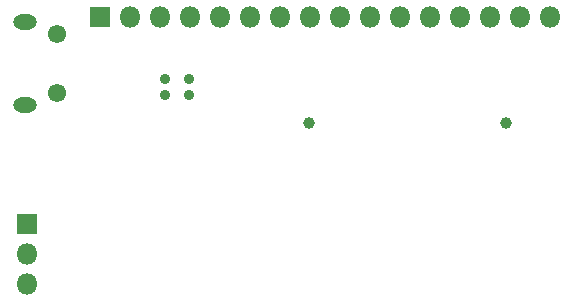
<source format=gbr>
G04 #@! TF.GenerationSoftware,KiCad,Pcbnew,5.1.5*
G04 #@! TF.CreationDate,2020-05-09T12:03:03+02:00*
G04 #@! TF.ProjectId,nucular-keyboard,6e756375-6c61-4722-9d6b-6579626f6172,rev?*
G04 #@! TF.SameCoordinates,Original*
G04 #@! TF.FileFunction,Soldermask,Bot*
G04 #@! TF.FilePolarity,Negative*
%FSLAX46Y46*%
G04 Gerber Fmt 4.6, Leading zero omitted, Abs format (unit mm)*
G04 Created by KiCad (PCBNEW 5.1.5) date 2020-05-09 12:03:03*
%MOMM*%
%LPD*%
G04 APERTURE LIST*
%ADD10C,0.900000*%
%ADD11R,1.800000X1.800000*%
%ADD12O,1.800000X1.800000*%
%ADD13O,2.000000X1.300000*%
%ADD14C,1.550000*%
%ADD15C,1.000000*%
G04 APERTURE END LIST*
D10*
X75300000Y-67310000D03*
X75300000Y-65913000D03*
X73300000Y-67310000D03*
X73300000Y-65913000D03*
D11*
X67750000Y-60706000D03*
D12*
X70290000Y-60706000D03*
X72830000Y-60706000D03*
X75370000Y-60706000D03*
X77910000Y-60706000D03*
X80450000Y-60706000D03*
X82990000Y-60706000D03*
X85530000Y-60706000D03*
X88070000Y-60706000D03*
X90610000Y-60706000D03*
X93150000Y-60706000D03*
X95690000Y-60706000D03*
X98230000Y-60706000D03*
X100770000Y-60706000D03*
X103310000Y-60706000D03*
X105850000Y-60706000D03*
D13*
X61450000Y-68143000D03*
X61450000Y-61143000D03*
D14*
X64150000Y-67143000D03*
X64150000Y-62143000D03*
D15*
X85450000Y-69700000D03*
X102150000Y-69700000D03*
D11*
X61595000Y-78232000D03*
D12*
X61595000Y-80772000D03*
X61595000Y-83312000D03*
M02*

</source>
